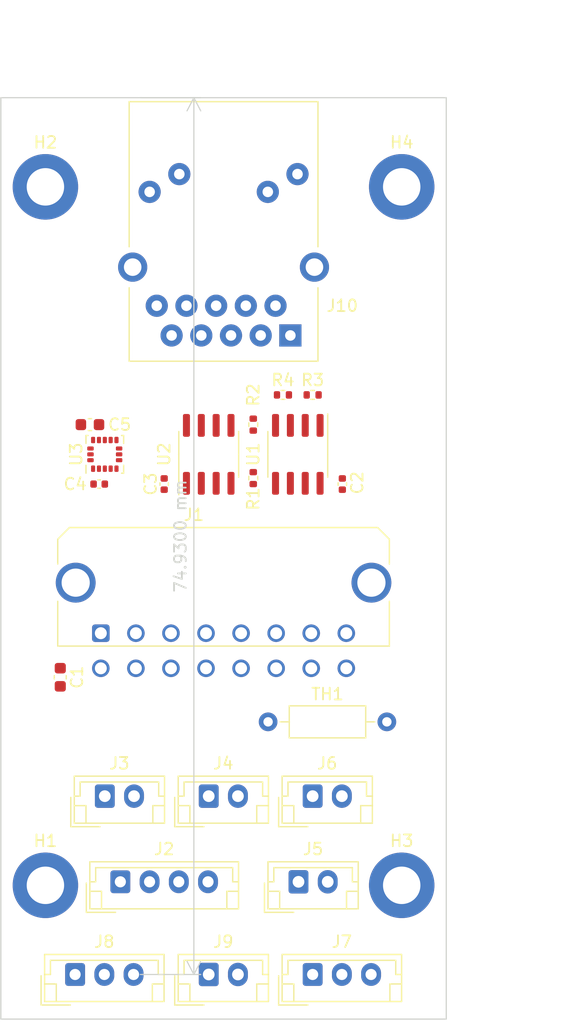
<source format=kicad_pcb>
(kicad_pcb (version 20211014) (generator pcbnew)
  (layers (0 "F.Cu" signal) (31 "B.Cu" signal) (34 "B.Paste" user) (35 "F.Paste" user) (36 "B.SilkS" user "B.Silkscreen") (37 "F.SilkS" user "F.Silkscreen") (38 "B.Mask" user) (39 "F.Mask" user) (44 "Edge.Cuts" user))
  (net 0 "")
  (net 1 "+3V3")
  (net 2 "+24V")
  (net 3 "/x_endstop")
  (net 4 "/heater")
  (net 5 "/z_probe")
  (net 6 "Net-(J1-Pad6)")
  (net 7 "/led")
  (net 8 "Net-(J1-Pad8)")
  (net 9 "/thermistor")
  (net 10 "Net-(J1-Pad10)")
  (net 11 "/toolfan")
  (net 12 "Net-(J1-Pad12)")
  (net 13 "/partfan")
  (net 14 "Net-(J1-Pad14)")
  (net 15 "GND")
  (net 16 "GNDA")
  (net 21 "Net-(J10-PadR1)")
  (net 22 "/Accelerometer/SPI_MOSI_P")
  (net 23 "/Accelerometer/SPI_MOSI_N")
  (net 24 "/Accelerometer/SPI_MISO_P")
  (net 25 "/Accelerometer/SPI_MISO_N")
  (net 26 "/Accelerometer/INT1_P")
  (net 27 "/Accelerometer/INT1_N")
  (net 28 "/Accelerometer/SPI_SCK")
  (net 29 "/Accelerometer/SPI_CS")
  (net 30 "/Accelerometer/SPI_MISO")
  (net 31 "/Accelerometer/SPI_MOSI")
  (net 32 "/Accelerometer/INT1")
  (net 33 "Net-(R4-Pad1)")
  (net 34 "Net-(R4-Pad2)")
  (footprint "Package_SO:SOIC-8_3.9x4.9mm_P1.27mm" (layer "F.Cu") (at 82.55 69.85 -90)
    (fp_text reference "U1" (at 0 3.81 90) (layer "F.SilkS"))
    (fp_text value "DS90LV028AQ")
    (fp_line (start 0 -2.56) (end 1.95 -2.56) (layer "F.SilkS") (width 0.12))
    (fp_line (start 0 2.56) (end 1.95 2.56) (layer "F.SilkS") (width 0.12))
    (fp_line (start 0 -2.56) (end -3.45 -2.56) (layer "F.SilkS") (width 0.12))
    (fp_line (start 0 2.56) (end -1.95 2.56) (layer "F.SilkS") (width 0.12))
    (pad "1" smd roundrect (at -2.475 -1.905 270) (size 1.95 0.6) (layers "F.Cu" "F.Paste" "F.Mask") (net 23 "/Accelerometer/SPI_MOSI_N"))
    (pad "2" smd roundrect (at -2.475 -0.635 270) (size 1.95 0.6) (layers "F.Cu" "F.Paste" "F.Mask") (net 22 "/Accelerometer/SPI_MOSI_P"))
    (pad "3" smd roundrect (at -2.475 0.635 270) (size 1.95 0.6) (layers "F.Cu" "F.Paste" "F.Mask") (net 33 "Net-(R4-Pad1)"))
    (pad "4" smd roundrect (at -2.475 1.905 270) (size 1.95 0.6) (layers "F.Cu" "F.Paste" "F.Mask") (net 34 "Net-(R4-Pad2)"))
    (pad "5" smd roundrect (at 2.475 1.905 270) (size 1.95 0.6) (layers "F.Cu" "F.Paste" "F.Mask") (net 15 "GND"))
    (pad "6" smd roundrect (at 2.475 0.635 270) (size 1.95 0.6) (layers "F.Cu" "F.Paste" "F.Mask"))
    (pad "7" smd roundrect (at 2.475 -0.635 270) (size 1.95 0.6) (layers "F.Cu" "F.Paste" "F.Mask") (net 30 "/Accelerometer/SPI_MISO"))
    (pad "8" smd roundrect (at 2.475 -1.905 270) (size 1.95 0.6) (layers "F.Cu" "F.Paste" "F.Mask") (net 1 "+3V3"))
  )
  (footprint "Connector_JST:JST_EH_B4B-EH-A_1x04_P2.50mm_Vertical" (layer "F.Cu") (at 67.37 106.38)
    (fp_text reference "J2" (at 3.75 -2.8) (layer "F.SilkS"))
    (fp_text value "JST-4")
    (fp_line (start -2.61 2.31) (end 10.11 2.31) (layer "F.SilkS") (width 0.12))
    (fp_line (start 9.61 0) (end 10.11 0) (layer "F.SilkS") (width 0.12))
    (fp_line (start 10.11 0.81) (end 9.11 0.81) (layer "F.SilkS") (width 0.12))
    (fp_line (start -2.11 -1.21) (end 9.61 -1.21) (layer "F.SilkS") (width 0.12))
    (fp_line (start 10.11 2.31) (end 10.11 -1.71) (layer "F.SilkS") (width 0.12))
    (fp_line (start -1.61 0.81) (end -1.61 2.31) (layer "F.SilkS") (width 0.12))
    (fp_line (start -2.11 0) (end -2.11 -1.21) (layer "F.SilkS") (width 0.12))
    (fp_line (start 10.11 -1.71) (end -2.61 -1.71) (layer "F.SilkS") (width 0.12))
    (fp_line (start 9.61 -1.21) (end 9.61 0) (layer "F.SilkS") (width 0.12))
    (fp_line (start -2.61 -1.71) (end -2.61 2.31) (layer "F.SilkS") (width 0.12))
    (fp_line (start -2.61 0.81) (end -1.61 0.81) (layer "F.SilkS") (width 0.12))
    (fp_line (start -2.91 2.61) (end -0.41 2.61) (layer "F.SilkS") (width 0.12))
    (fp_line (start 9.11 0.81) (end 9.11 2.31) (layer "F.SilkS") (width 0.12))
    (fp_line (start -2.61 0) (end -2.11 0) (layer "F.SilkS") (width 0.12))
    (fp_line (start -2.91 0.11) (end -2.91 2.61) (layer "F.SilkS") (width 0.12))
    (pad "1" thru_hole roundrect (at 0 0) (size 1.7 1.95) (drill 0.95) (layers *.Cu *.Mask) (roundrect_rratio 0.147059) (net 6 "Net-(J1-Pad6)"))
    (pad "2" thru_hole oval (at 2.5 0) (size 1.7 1.95) (drill 0.95) (layers *.Cu *.Mask) (net 8 "Net-(J1-Pad8)"))
    (pad "3" thru_hole oval (at 5 0) (size 1.7 1.95) (drill 0.95) (layers *.Cu *.Mask) (net 10 "Net-(J1-Pad10)"))
    (pad "4" thru_hole oval (at 7.5 0) (size 1.7 1.95) (drill 0.95) (layers *.Cu *.Mask) (net 12 "Net-(J1-Pad12)"))
  )
  (footprint "Connector_JST:JST_EH_B2B-EH-A_1x02_P2.50mm_Vertical" (layer "F.Cu") (at 83.82 99.06)
    (fp_text reference "J6" (at 1.25 -2.8) (layer "F.SilkS"))
    (fp_text value "JST-2")
    (fp_line (start 5.11 -1.71) (end -2.61 -1.71) (layer "F.SilkS") (width 0.12))
    (fp_line (start -2.61 2.31) (end 5.11 2.31) (layer "F.SilkS") (width 0.12))
    (fp_line (start 4.61 -1.21) (end 4.61 0) (layer "F.SilkS") (width 0.12))
    (fp_line (start -2.61 0.81) (end -1.61 0.81) (layer "F.SilkS") (width 0.12))
    (fp_line (start 4.61 0) (end 5.11 0) (layer "F.SilkS") (width 0.12))
    (fp_line (start -1.61 0.81) (end -1.61 2.31) (layer "F.SilkS") (width 0.12))
    (fp_line (start -2.11 -1.21) (end 4.61 -1.21) (layer "F.SilkS") (width 0.12))
    (fp_line (start -2.91 2.61) (end -0.41 2.61) (layer "F.SilkS") (width 0.12))
    (fp_line (start 5.11 2.31) (end 5.11 -1.71) (layer "F.SilkS") (width 0.12))
    (fp_line (start -2.61 0) (end -2.11 0) (layer "F.SilkS") (width 0.12))
    (fp_line (start -2.91 0.11) (end -2.91 2.61) (layer "F.SilkS") (width 0.12))
    (fp_line (start -2.61 -1.71) (end -2.61 2.31) (layer "F.SilkS") (width 0.12))
    (fp_line (start 5.11 0.81) (end 4.11 0.81) (layer "F.SilkS") (width 0.12))
    (fp_line (start -2.11 0) (end -2.11 -1.21) (layer "F.SilkS") (width 0.12))
    (fp_line (start 4.11 0.81) (end 4.11 2.31) (layer "F.SilkS") (width 0.12))
    (pad "1" thru_hole roundrect (at 0 0) (size 1.7 2) (drill 1) (layers *.Cu *.Mask) (roundrect_rratio 0.147059) (net 2 "+24V"))
    (pad "2" thru_hole oval (at 2.5 0) (size 1.7 2) (drill 1) (layers *.Cu *.Mask) (net 7 "/led"))
  )
  (footprint "Connector_JST:JST_EH_B2B-EH-A_1x02_P2.50mm_Vertical" (layer "F.Cu") (at 82.61 106.38)
    (fp_text reference "J5" (at 1.25 -2.8) (layer "F.SilkS"))
    (fp_text value "JST-2")
    (fp_line (start 4.11 0.81) (end 4.11 2.31) (layer "F.SilkS") (width 0.12))
    (fp_line (start 4.61 0) (end 5.11 0) (layer "F.SilkS") (width 0.12))
    (fp_line (start 4.61 -1.21) (end 4.61 0) (layer "F.SilkS") (width 0.12))
    (fp_line (start -2.11 0) (end -2.11 -1.21) (layer "F.SilkS") (width 0.12))
    (fp_line (start 5.11 2.31) (end 5.11 -1.71) (layer "F.SilkS") (width 0.12))
    (fp_line (start 5.11 -1.71) (end -2.61 -1.71) (layer "F.SilkS") (width 0.12))
    (fp_line (start -2.11 -1.21) (end 4.61 -1.21) (layer "F.SilkS") (width 0.12))
    (fp_line (start -2.61 2.31) (end 5.11 2.31) (layer "F.SilkS") (width 0.12))
    (fp_line (start -2.61 -1.71) (end -2.61 2.31) (layer "F.SilkS") (width 0.12))
    (fp_line (start -2.61 0) (end -2.11 0) (layer "F.SilkS") (width 0.12))
    (fp_line (start 5.11 0.81) (end 4.11 0.81) (layer "F.SilkS") (width 0.12))
    (fp_line (start -2.61 0.81) (end -1.61 0.81) (layer "F.SilkS") (width 0.12))
    (fp_line (start -2.91 0.11) (end -2.91 2.61) (layer "F.SilkS") (width 0.12))
    (fp_line (start -1.61 0.81) (end -1.61 2.31) (layer "F.SilkS") (width 0.12))
    (fp_line (start -2.91 2.61) (end -0.41 2.61) (layer "F.SilkS") (width 0.12))
    (pad "1" thru_hole roundrect (at 0 0) (size 1.7 2) (drill 1) (layers *.Cu *.Mask) (roundrect_rratio 0.147059) (net 2 "+24V"))
    (pad "2" thru_hole oval (at 2.5 0) (size 1.7 2) (drill 1) (layers *.Cu *.Mask) (net 4 "/heater"))
  )
  (footprint "MountingHole:MountingHole_3.2mm_M3_DIN965_Pad" (layer "F.Cu") (at 60.96 46.99)
    (fp_text reference "H2" (at 0 -3.8) (layer "F.SilkS"))
    (fp_text value "M3_Mount")
    (pad "1" thru_hole circle (at 0 0) (size 5.6 5.6) (drill 3.2) (layers *.Cu *.Mask) (net 15 "GND"))
  )
  (footprint "Resistor_THT:R_Axial_DIN0207_L6.3mm_D2.5mm_P10.16mm_Horizontal" (layer "F.Cu") (at 80.01 92.71)
    (fp_text reference "TH1" (at 5.08 -2.37) (layer "F.SilkS"))
    (fp_text value "Semitec 104GT2")
    (fp_line (start 9.12 0) (end 8.35 0) (layer "F.SilkS") (width 0.12))
    (fp_line (start 1.81 -1.37) (end 1.81 1.37) (layer "F.SilkS") (width 0.12))
    (fp_line (start 1.04 0) (end 1.81 0) (layer "F.SilkS") (width 0.12))
    (fp_line (start 1.81 1.37) (end 8.35 1.37) (layer "F.SilkS") (width 0.12))
    (fp_line (start 8.35 1.37) (end 8.35 -1.37) (layer "F.SilkS") (width 0.12))
    (fp_line (start 8.35 -1.37) (end 1.81 -1.37) (layer "F.SilkS") (width 0.12))
    (pad "1" thru_hole circle (at 0 0) (size 1.6 1.6) (drill 0.8) (layers *.Cu *.Mask) (net 14 "Net-(J1-Pad14)"))
    (pad "2" thru_hole oval (at 10.16 0) (size 1.6 1.6) (drill 0.8) (layers *.Cu *.Mask) (net 16 "GNDA"))
  )
  (footprint "Connector_Molex:Molex_Micro-Fit_3.0_43045-1621_2x08-1MP_P3.00mm_Horizontal" (layer "F.Cu") (at 65.7 85.135)
    (fp_text reference "J1" (at 7.96 -10.12) (layer "F.SilkS"))
    (fp_text value "Micro-Fit")
    (fp_line (start 24.685 -8.03) (end 24.685 -5.915) (layer "F.SilkS") (width 0.12))
    (fp_line (start -3.685 -2.725) (end -3.685 1.1) (layer "F.SilkS") (width 0.12))
    (fp_line (start -2.685 -9.03) (end 23.685 -9.03) (layer "F.SilkS") (width 0.12))
    (fp_line (start -3.685 -8.03) (end -2.685 -9.03) (layer "F.SilkS") (width 0.12))
    (fp_line (start -3.685 -5.915) (end -3.685 -8.03) (layer "F.SilkS") (width 0.12))
    (fp_line (start -3.685 1.1) (end 24.685 1.1) (layer "F.SilkS") (width 0.12))
    (fp_line (start 23.685 -9.03) (end 24.685 -8.03) (layer "F.SilkS") (width 0.12))
    (fp_line (start 24.685 1.1) (end 24.685 -2.725) (layer "F.SilkS") (width 0.12))
    (pad "1" thru_hole roundrect (at 0 0) (size 1.5 1.5) (drill 1.02) (layers *.Cu *.Mask) (roundrect_rratio 0.166667) (net 1 "+3V3"))
    (pad "2" thru_hole circle (at 3 0) (size 1.5 1.5) (drill 1.02) (layers *.Cu *.Mask) (net 2 "+24V"))
    (pad "3" thru_hole circle (at 6 0) (size 1.5 1.5) (drill 1.02) (layers *.Cu *.Mask) (net 3 "/x_endstop"))
    (pad "4" thru_hole circle (at 9 0) (size 1.5 1.5) (drill 1.02) (layers *.Cu *.Mask) (net 4 "/heater"))
    (pad "5" thru_hole circle (at 12 0) (size 1.5 1.5) (drill 1.02) (layers *.Cu *.Mask) (net 5 "/z_probe"))
    (pad "6" thru_hole circle (at 15 0) (size 1.5 1.5) (drill 1.02) (layers *.Cu *.Mask) (net 6 "Net-(J1-Pad6)"))
    (pad "7" thru_hole circle (at 18 0) (size 1.5 1.5) (drill 1.02) (layers *.Cu *.Mask) (net 7 "/led"))
    (pad "8" thru_hole circle (at 21 0) (size 1.5 1.5) (drill 1.02) (layers *.Cu *.Mask) (net 8 "Net-(J1-Pad8)"))
    (pad "9" thru_hole circle (at 0 3) (size 1.5 1.5) (drill 1.02) (layers *.Cu *.Mask) (net 9 "/thermistor"))
    (pad "10" thru_hole circle (at 3 3) (size 1.5 1.5) (drill 1.02) (layers *.Cu *.Mask) (net 10 "Net-(J1-Pad10)"))
    (pad "11" thru_hole circle (at 6 3) (size 1.5 1.5) (drill 1.02) (layers *.Cu *.Mask) (net 11 "/toolfan"))
    (pad "12" thru_hole circle (at 9 3) (size 1.5 1.5) (drill 1.02) (layers *.Cu *.Mask) (net 12 "Net-(J1-Pad12)"))
    (pad "13" thru_hole circle (at 12 3) (size 1.5 1.5) (drill 1.02) (layers *.Cu *.Mask) (net 13 "/partfan"))
    (pad "14" thru_hole circle (at 15 3) (size 1.5 1.5) (drill 1.02) (layers *.Cu *.Mask) (net 14 "Net-(J1-Pad14)"))
    (pad "15" thru_hole circle (at 18 3) (size 1.5 1.5) (drill 1.02) (layers *.Cu *.Mask) (net 15 "GND"))
    (pad "16" thru_hole circle (at 21 3) (size 1.5 1.5) (drill 1.02) (layers *.Cu *.Mask) (net 16 "GNDA"))
    (pad "MP" thru_hole circle (at -2.15 -4.32) (size 3.41 3.41) (drill 2.41) (layers *.Cu *.Mask))
    (pad "MP" thru_hole circle (at 23.15 -4.32) (size 3.41 3.41) (drill 2.41) (layers *.Cu *.Mask))
  )
  (footprint "Package_SO:SOIC-8_3.9x4.9mm_P1.27mm" (layer "F.Cu") (at 74.93 69.85 90)
    (fp_text reference "U2" (at 0 -3.81 90) (layer "F.SilkS"))
    (fp_text value "DS90LV027A")
    (fp_line (start 0 2.56) (end 1.95 2.56) (layer "F.SilkS") (width 0.12))
    (fp_line (start 0 -2.56) (end -3.45 -2.56) (layer "F.SilkS") (width 0.12))
    (fp_line (start 0 2.56) (end -1.95 2.56) (layer "F.SilkS") (width 0.12))
    (fp_line (start 0 -2.56) (end 1.95 -2.56) (layer "F.SilkS") (width 0.12))
    (pad "1" smd roundrect (at -2.475 -1.905 90) (size 1.95 0.6) (layers "F.Cu" "F.Paste" "F.Mask") (net 1 "+3V3"))
    (pad "2" smd roundrect (at -2.475 -0.635 90) (size 1.95 0.6) (layers "F.Cu" "F.Paste" "F.Mask") (net 31 "/Accelerometer/SPI_MOSI"))
    (pad "3" smd roundrect (at -2.475 0.635 90) (size 1.95 0.6) (layers "F.Cu" "F.Paste" "F.Mask") (net 32 "/Accelerometer/INT1"))
    (pad "4" smd roundrect (at -2.475 1.905 90) (size 1.95 0.6) (layers "F.Cu" "F.Paste" "F.Mask") (net 15 "GND"))
    (pad "5" smd roundrect (at 2.475 1.905 90) (size 1.95 0.6) (layers "F.Cu" "F.Paste" "F.Mask") (net 27 "/Accelerometer/INT1_N"))
    (pad "6" smd roundrect (at 2.475 0.635 90) (size 1.95 0.6) (layers "F.Cu" "F.Paste" "F.Mask") (net 26 "/Accelerometer/INT1_P"))
    (pad "7" smd roundrect (at 2.475 -0.635 90) (size 1.95 0.6) (layers "F.Cu" "F.Paste" "F.Mask") (net 24 "/Accelerometer/SPI_MISO_P"))
    (pad "8" smd roundrect (at 2.475 -1.905 90) (size 1.95 0.6) (layers "F.Cu" "F.Paste" "F.Mask") (net 25 "/Accelerometer/SPI_MISO_N"))
  )
  (footprint "Capacitor_SMD:C_0603_1608Metric" (layer "F.Cu") (at 62.23 88.9 -90)
    (fp_text reference "C1" (at 0 -1.43 90) (layer "F.SilkS"))
    (fp_text value "10u")
    (fp_line (start -0.14058 0.51) (end 0.14058 0.51) (layer "F.SilkS") (width 0.12))
    (fp_line (start -0.14058 -0.51) (end 0.14058 -0.51) (layer "F.SilkS") (width 0.12))
    (pad "1" smd roundrect (at -0.775 0 270) (size 0.9 0.95) (layers "F.Cu" "F.Paste" "F.Mask") (net 1 "+3V3"))
    (pad "2" smd roundrect (at 0.775 0 270) (size 0.9 0.95) (layers "F.Cu" "F.Paste" "F.Mask") (net 15 "GND"))
  )
  (footprint "Connector_JST:JST_EH_B2B-EH-A_1x02_P2.50mm_Vertical" (layer "F.Cu") (at 74.93 114.3)
    (fp_text reference "J9" (at 1.25 -2.8) (layer "F.SilkS"))
    (fp_text value "JST-2")
    (fp_line (start 4.61 -1.21) (end 4.61 0) (layer "F.SilkS") (width 0.12))
    (fp_line (start -1.61 0.81) (end -1.61 2.31) (layer "F.SilkS") (width 0.12))
    (fp_line (start 5.11 0.81) (end 4.11 0.81) (layer "F.SilkS") (width 0.12))
    (fp_line (start 4.61 0) (end 5.11 0) (layer "F.SilkS") (width 0.12))
    (fp_line (start -2.61 0.81) (end -1.61 0.81) (layer "F.SilkS") (width 0.12))
    (fp_line (start -2.61 2.31) (end 5.11 2.31) (layer "F.SilkS") (width 0.12))
    (fp_line (start 5.11 2.31) (end 5.11 -1.71) (layer "F.SilkS") (width 0.12))
    (fp_line (start -2.61 -1.71) (end -2.61 2.31) (layer "F.SilkS") (width 0.12))
    (fp_line (start 4.11 0.81) (end 4.11 2.31) (layer "F.SilkS") (width 0.12))
    (fp_line (start 5.11 -1.71) (end -2.61 -1.71) (layer "F.SilkS") (width 0.12))
    (fp_line (start -2.11 0) (end -2.11 -1.21) (layer "F.SilkS") (width 0.12))
    (fp_line (start -2.91 2.61) (end -0.41 2.61) (layer "F.SilkS") (width 0.12))
    (fp_line (start -2.61 0) (end -2.11 0) (layer "F.SilkS") (width 0.12))
    (fp_line (start -2.11 -1.21) (end 4.61 -1.21) (layer "F.SilkS") (width 0.12))
    (fp_line (start -2.91 0.11) (end -2.91 2.61) (layer "F.SilkS") (width 0.12))
    (pad "1" thru_hole roundrect (at 0 0) (size 1.7 2) (drill 1) (layers *.Cu *.Mask) (roundrect_rratio 0.147059) (net 9 "/thermistor"))
    (pad "2" thru_hole oval (at 2.5 0) (size 1.7 2) (drill 1) (layers *.Cu *.Mask) (net 16 "GNDA"))
  )
  (footprint "Connector_JST:JST_EH_B3B-EH-A_1x03_P2.50mm_Vertical" (layer "F.Cu") (at 83.82 114.3)
    (fp_text reference "J7" (at 2.5 -2.8) (layer "F.SilkS"))
    (fp_text value "Endstop")
    (fp_line (start 7.61 2.31) (end 7.61 -1.71) (layer "F.SilkS") (width 0.12))
    (fp_line (start -1.61 0.81) (end -1.61 2.31) (layer "F.SilkS") (width 0.12))
    (fp_line (start 7.11 -1.21) (end 7.11 0) (layer "F.SilkS") (width 0.12))
    (fp_line (start -2.91 0.11) (end -2.91 2.61) (layer "F.SilkS") (width 0.12))
    (fp_line (start 7.11 0) (end 7.61 0) (layer "F.SilkS") (width 0.12))
    (fp_line (start -2.61 -1.71) (end -2.61 2.31) (layer "F.SilkS") (width 0.12))
    (fp_line (start 7.61 0.81) (end 6.61 0.81) (layer "F.SilkS") (width 0.12))
    (fp_line (start -2.11 -1.21) (end 7.11 -1.21) (layer "F.SilkS") (width 0.12))
    (fp_line (start -2.91 2.61) (end -0.41 2.61) (layer "F.SilkS") (width 0.12))
    (fp_line (start -2.11 0) (end -2.11 -1.21) (layer "F.SilkS") (width 0.12))
    (fp_line (start 6.61 0.81) (end 6.61 2.31) (layer "F.SilkS") (width 0.12))
    (fp_line (start -2.61 2.31) (end 7.61 2.31) (layer "F.SilkS") (width 0.12))
    (fp_line (start 7.61 -1.71) (end -2.61 -1.71) (layer "F.SilkS") (width 0.12))
    (fp_line (start -2.61 0) (end -2.11 0) (layer "F.SilkS") (width 0.12))
    (fp_line (start -2.61 0.81) (end -1.61 0.81) (layer "F.SilkS") (width 0.12))
    (pad "1" thru_hole roundrect (at 0 0) (size 1.7 1.95) (drill 0.95) (layers *.Cu *.Mask) (roundrect_rratio 0.147059) (net 3 "/x_endstop"))
    (pad "2" thru_hole oval (at 2.5 0) (size 1.7 1.95) (drill 0.95) (layers *.Cu *.Mask))
    (pad "3" thru_hole oval (at 5 0) (size 1.7 1.95) (drill 0.95) (layers *.Cu *.Mask) (net 15 "GND"))
  )
  (footprint "Capacitor_SMD:C_0402_1005Metric" (layer "F.Cu") (at 65.56 72.39)
    (fp_text reference "C4" (at -2.06 0) (layer "F.SilkS"))
    (fp_text value "100n")
    (fp_line (start -0.107836 -0.36) (end 0.107836 -0.36) (layer "F.SilkS") (width 0.12))
    (fp_line (start -0.107836 0.36) (end 0.107836 0.36) (layer "F.SilkS") (width 0.12))
    (pad "1" smd roundrect (at -0.48 0) (size 0.56 0.62) (layers "F.Cu" "F.Paste" "F.Mask") (net 1 "+3V3"))
    (pad "2" smd roundrect (at 0.48 0) (size 0.56 0.62) (layers "F.Cu" "F.Paste" "F.Mask") (net 15 "GND"))
  )
  (footprint "Connector_JST:JST_EH_B3B-EH-A_1x03_P2.50mm_Vertical" (layer "F.Cu") (at 63.5 114.3)
    (fp_text reference "J8" (at 2.5 -2.8) (layer "F.SilkS"))
    (fp_text value "JST-3")
    (fp_line (start -2.61 -1.71) (end -2.61 2.31) (layer "F.SilkS") (width 0.12))
    (fp_line (start -2.61 2.31) (end 7.61 2.31) (layer "F.SilkS") (width 0.12))
    (fp_line (start 6.61 0.81) (end 6.61 2.31) (layer "F.SilkS") (width 0.12))
    (fp_line (start -2.61 0) (end -2.11 0) (layer "F.SilkS") (width 0.12))
    (fp_line (start -2.91 0.11) (end -2.91 2.61) (layer "F.SilkS") (width 0.12))
    (fp_line (start 7.11 -1.21) (end 7.11 0) (layer "F.SilkS") (width 0.12))
    (fp_line (start 7.11 0) (end 7.61 0) (layer "F.SilkS") (width 0.12))
    (fp_line (start 7.61 -1.71) (end -2.61 -1.71) (layer "F.SilkS") (width 0.12))
    (fp_line (start 7.61 0.81) (end 6.61 0.81) (layer "F.SilkS") (width 0.12))
    (fp_line (start -2.61 0.81) (end -1.61 0.81) (layer "F.SilkS") (width 0.12))
    (fp_line (start 7.61 2.31) (end 7.61 -1.71) (layer "F.SilkS") (width 0.12))
    (fp_line (start -2.11 -1.21) (end 7.11 -1.21) (layer "F.SilkS") (width 0.12))
    (fp_line (start -2.11 0) (end -2.11 -1.21) (layer "F.SilkS") (width 0.12))
    (fp_line (start -1.61 0.81) (end -1.61 2.31) (layer "F.SilkS") (width 0.12))
    (fp_line (start -2.91 2.61) (end -0.41 2.61) (layer "F.SilkS") (width 0.12))
    (pad "1" thru_hole roundrect (at 0 0) (size 1.7 1.95) (drill 0.95) (layers *.Cu *.Mask) (roundrect_rratio 0.147059) (net 1 "+3V3"))
    (pad "2" thru_hole oval (at 2.5 0) (size 1.7 1.95) (drill 0.95) (layers *.Cu *.Mask) (net 5 "/z_probe"))
    (pad "3" thru_hole oval (at 5 0) (size 1.7 1.95) (drill 0.95) (layers *.Cu *.Mask) (net 16 "GNDA"))
  )
  (footprint "MountingHole:MountingHole_3.2mm_M3_DIN965_Pad" (layer "F.Cu") (at 60.96 106.68)
    (fp_text reference "H1" (at 0 -3.8) (layer "F.SilkS"))
    (fp_text value "M3_Mount")
    (pad "1" thru_hole circle (at 0 0) (size 5.6 5.6) (drill 3.2) (layers *.Cu *.Mask) (net 15 "GND"))
  )
  (footprint "Capacitor_SMD:C_0603_1608Metric" (layer "F.Cu") (at 64.77 67.31)
    (fp_text reference "C5" (at 2.54 0) (layer "F.SilkS"))
    (fp_text value "10u")
    (fp_line (start -0.14058 -0.51) (end 0.14058 -0.51) (layer "F.SilkS") (width 0.12))
    (fp_line (start -0.14058 0.51) (end 0.14058 0.51) (layer "F.SilkS") (width 0.12))
    (pad "1" smd roundrect (at -0.775 0) (size 0.9 0.95) (layers "F.Cu" "F.Paste" "F.Mask") (net 1 "+3V3"))
    (pad "2" smd roundrect (at 0.775 0) (size 0.9 0.95) (layers "F.Cu" "F.Paste" "F.Mask") (net 15 "GND"))
  )
  (footprint "Resistor_SMD:R_0402_1005Metric" (layer "F.Cu") (at 83.82 64.77)
    (fp_text reference "R3" (at 0 -1.27) (layer "F.SilkS"))
    (fp_text value "100")
    (fp_line (start -0.153641 -0.38) (end 0.153641 -0.38) (layer "F.SilkS") (width 0.12))
    (fp_line (start -0.153641 0.38) (end 0.153641 0.38) (layer "F.SilkS") (width 0.12))
    (pad "1" smd roundrect (at -0.51 0) (size 0.54 0.64) (layers "F.Cu" "F.Paste" "F.Mask") (net 22 "/Accelerometer/SPI_MOSI_P"))
    (pad "2" smd roundrect (at 0.51 0) (size 0.54 0.64) (layers "F.Cu" "F.Paste" "F.Mask") (net 23 "/Accelerometer/SPI_MOSI_N"))
  )
  (footprint "Resistor_SMD:R_0402_1005Metric" (layer "F.Cu") (at 78.74 67.31 90)
    (fp_text reference "R2" (at 2.54 0 90) (layer "F.SilkS"))
    (fp_text value "1.2k")
    (fp_line (start -0.153641 0.38) (end 0.153641 0.38) (layer "F.SilkS") (width 0.12))
    (fp_line (start -0.153641 -0.38) (end 0.153641 -0.38) (layer "F.SilkS") (width 0.12))
    (pad "1" smd roundrect (at -0.51 0 90) (size 0.54 0.64) (layers "F.Cu" "F.Paste" "F.Mask") (net 21 "Net-(J10-PadR1)"))
    (pad "2" smd roundrect (at 0.51 0 90) (size 0.54 0.64) (layers "F.Cu" "F.Paste" "F.Mask") (net 15 "GND"))
  )
  (footprint "Resistor_SMD:R_0402_1005Metric" (layer "F.Cu") (at 78.74 71.88 90)
    (fp_text reference "R1" (at -1.78 0 90) (layer "F.SilkS"))
    (fp_text value "2.1k")
    (fp_line (start -0.153641 0.38) (end 0.153641 0.38) (layer "F.SilkS") (width 0.12))
    (fp_line (start -0.153641 -0.38) (end 0.153641 -0.38) (layer "F.SilkS") (width 0.12))
    (pad "1" smd roundrect (at -0.51 0 90) (size 0.54 0.64) (layers "F.Cu" "F.Paste" "F.Mask") (net 1 "+3V3"))
    (pad "2" smd roundrect (at 0.51 0 90) (size 0.54 0.64) (layers "F.Cu" "F.Paste" "F.Mask") (net 21 "Net-(J10-PadR1)"))
  )
  (footprint "MountingHole:MountingHole_3.2mm_M3_DIN965_Pad" (layer "F.Cu") (at 91.44 46.99)
    (fp_text reference "H4" (at 0 -3.8) (layer "F.SilkS"))
    (fp_text value "M3_Mount")
    (pad "1" thru_hole circle (at 0 0) (size 5.6 5.6) (drill 3.2) (layers *.Cu *.Mask) (net 15 "GND"))
  )
  (footprint "Capacitor_SMD:C_0402_1005Metric" (layer "F.Cu") (at 86.36 72.39 90)
    (fp_text reference "C2" (at 0.107836 1.27 90) (layer "F.SilkS"))
    (fp_text value "100n")
    (fp_line (start -0.107836 -0.36) (end 0.107836 -0.36) (layer "F.SilkS") (width 0.12))
    (fp_line (start -0.107836 0.36) (end 0.107836 0.36) (layer "F.SilkS") (width 0.12))
    (pad "1" smd roundrect (at -0.48 0 90) (size 0.56 0.62) (layers "F.Cu" "F.Paste" "F.Mask") (net 1 "+3V3"))
    (pad "2" smd roundrect (at 0.48 0 90) (size 0.56 0.62) (layers "F.Cu" "F.Paste" "F.Mask") (net 15 "GND"))
  )
  (footprint "Capacitor_SMD:C_0402_1005Metric" (layer "F.Cu") (at 71.12 72.39 90)
    (fp_text reference "C3" (at 0 -1.16 90) (layer "F.SilkS"))
    (fp_text value "100n")
    (fp_line (start -0.107836 -0.36) (end 0.107836 -0.36) (layer "F.SilkS") (width 0.12))
    (fp_line (start -0.107836 0.36) (end 0.107836 0.36) (layer "F.SilkS") (width 0.12))
    (pad "1" smd roundrect (at -0.48 0 90) (size 0.56 0.62) (layers "F.Cu" "F.Paste" "F.Mask") (net 1 "+3V3"))
    (pad "2" smd roundrect (at 0.48 0 90) (size 0.56 0.62) (layers "F.Cu" "F.Paste" "F.Mask") (net 15 "GND"))
  )
  (footprint "Connector_RJ:RJ45_UDE_RB1-125B8G1A" (layer "F.Cu") (at 81.915 59.69 180)
    (fp_text reference "J10" (at -4.445 2.54) (layer "F.SilkS"))
    (fp_text value "RB1-125B8G1A")
    (fp_line (start 13.79 19.98) (end -2.36 19.98) (layer "F.SilkS") (width 0.12))
    (fp_line (start -2.36 19.98) (end -2.36 7.58) (layer "F.SilkS") (width 0.12))
    (fp_line (start -2.36 -2.2) (end 13.79 -2.2) (layer "F.SilkS") (width 0.12))
    (fp_line (start 13.79 19.98) (end 13.79 7.58) (layer "F.SilkS") (width 0.12))
    (fp_line (start 13.79 4.08) (end 13.79 -2.2) (layer "F.SilkS") (width 0.12))
    (fp_line (start -2.36 4.08) (end -2.36 -2.2) (layer "F.SilkS") (width 0.12))
    (pad "" np_thru_hole circle (at 11.43 8.89 180) (size 3.25 3.25) (drill 3.25) (layers *.Cu *.Mask))
    (pad "" np_thru_hole circle (at 0 8.89 180) (size 3.25 3.25) (drill 3.25) (layers *.Cu *.Mask))
    (pad "L1" thru_hole circle (at 12.04 12.27 180) (size 1.9 1.9) (drill 0.9) (layers *.Cu *.Mask))
    (pad "L2" thru_hole circle (at 9.5 13.79 180) (size 1.9 1.9) (drill 0.9) (layers *.Cu *.Mask))
    (pad "L3" thru_hole circle (at 1.93 12.27 180) (size 1.9 1.9) (drill 0.9) (layers *.Cu *.Mask))
    (pad "L4" thru_hole circle (at -0.61 13.79 180) (size 1.9 1.9) (drill 0.9) (layers *.Cu *.Mask))
    (pad "R1" thru_hole rect (at 0 0 180) (size 1.9 1.9) (drill 0.9) (layers *.Cu *.Mask) (net 21 "Net-(J10-PadR1)"))
    (pad "R2" thru_hole circle (at 1.27 2.54 180) (size 1.9 1.9) (drill 0.9) (layers *.Cu *.Mask) (net 22 "/Accelerometer/SPI_MOSI_P"))
    (pad "R3" thru_hole circle (at 2.54 0 180) (size 1.9 1.9) (drill 0.9) (layers *.Cu *.Mask) (net 23 "/Accelerometer/SPI_MOSI_N"))
    (pad "R4" thru_hole circle (at 3.81 2.54 180) (size 1.9 1.9) (drill 0.9) (layers *.Cu *.Mask) (net 24 "/Accelerometer/SPI_MISO_P"))
    (pad "R5" thru_hole circle (at 5.08 0 180) (size 1.9 1.9) (drill 0.9) (layers *.Cu *.Mask) (net 25 "/Accelerometer/SPI_MISO_N"))
    (pad "R6" thru_hole circle (at 6.35 2.54 180) (size 1.9 1.9) (drill 0.9) (layers *.Cu *.Mask) (net 26 "/Accelerometer/INT1_P"))
    (pad "R7" thru_hole circle (at 7.62 0 180) (size 1.9 1.9) (drill 0.9) (layers *.Cu *.Mask) (net 27 "/Accelerometer/INT1_N"))
    (pad "R8" thru_hole circle (at 8.89 2.54 180) (size 1.9 1.9) (drill 0.9) (layers *.Cu *.Mask) (net 28 "/Accelerometer/SPI_SCK"))
    (pad "R9" thru_hole circle (at 10.16 0 180) (size 1.9 1.9) (drill 0.9) (layers *.Cu *.Mask) (net 29 "/Accelerometer/SPI_CS"))
    (pad "R10" thru_hole circle (at 11.43 2.54 180) (size 1.9 1.9) (drill 0.9) (layers *.Cu *.Mask) (net 15 "GND"))
    (pad "SH" thru_hole circle (at -2.06 5.84 180) (size 2.5 2.5) (drill 1.5) (layers *.Cu *.Mask) (net 15 "GND"))
    (pad "SH" thru_hole circle (at 13.49 5.84 180) (size 2.5 2.5) (drill 1.5) (layers *.Cu *.Mask) (net 15 "GND"))
  )
  (footprint "MountingHole:MountingHole_3.2mm_M3_DIN965_Pad" (layer "F.Cu") (at 91.44 106.68)
    (fp_text reference "H3" (at 0 -3.8) (layer "F.SilkS"))
    (fp_text value "M3_Mount")
    (pad "1" thru_hole circle (at 0 0) (size 5.6 5.6) (drill 3.2) (layers *.Cu *.Mask) (net 15 "GND"))
  )
  (footprint "Connector_JST:JST_EH_B2B-EH-A_1x02_P2.50mm_Vertical" (layer "F.Cu") (at 74.93 99.06)
    (fp_text reference "J4" (at 1.25 -2.8) (layer "F.SilkS"))
    (fp_text value "JST-2")
    (fp_line (start -1.61 0.81) (end -1.61 2.31) (layer "F.SilkS") (width 0.12))
    (fp_line (start -2.61 0) (end -2.11 0) (layer "F.SilkS") (width 0.12))
    (fp_line (start -2.61 -1.71) (end -2.61 2.31) (layer "F.SilkS") (width 0.12))
    (fp_line (start -2.61 2.31) (end 5.11 2.31) (layer "F.SilkS") (width 0.12))
    (fp_line (start 4.61 0) (end 5.11 0) (layer "F.SilkS") (width 0.12))
    (fp_line (start -2.11 -1.21) (end 4.61 -1.21) (layer "F.SilkS") (width 0.12))
    (fp_line (start -2.91 0.11) (end -2.91 2.61) (layer "F.SilkS") (width 0.12))
    (fp_line (start 4.61 -1.21) (end 4.61 0) (layer "F.SilkS") (width 0.12))
    (fp_line (start 5.11 2.31) (end 5.11 -1.71) (layer "F.SilkS") (width 0.12))
    (fp_line (start 5.11 0.81) (end 4.11 0.81) (layer "F.SilkS") (width 0.12))
    (fp_line (start 5.11 -1.71) (end -2.61 -1.71) (layer "F.SilkS") (width 0.12))
    (fp_line (start 4.11 0.81) (end 4.11 2.31) (layer "F.SilkS") (width 0.12))
    (fp_line (start -2.91 2.61) (end -0.41 2.61) (layer "F.SilkS") (width 0.12))
    (fp_line (start -2.61 0.81) (end -1.61 0.81) (layer "F.SilkS") (width 0.12))
    (fp_line (start -2.11 0) (end -2.11 -1.21) (layer "F.SilkS") (width 0.12))
    (pad "1" thru_hole roundrect (at 0 0) (size 1.7 2) (drill 1) (layers *.Cu *.Mask) (roundrect_rratio 0.147059) (net 2 "+24V"))
    (pad "2" thru_hole oval (at 2.5 0) (size 1.7 2) (drill 1) (layers *.Cu *.Mask) (net 13 "/partfan"))
  )
  (footprint "Package_LGA:LGA-16_3x3mm_P0.5mm_LayoutBorder3x5y" (layer "F.Cu") (at 66.04 69.85 90)
    (fp_text reference "U3" (at 0 -2.45 90) (layer "F.SilkS"))
    (fp_text value "LIS3DH")
    (fp_line (start 1.61 1.61) (end 1.61 1.435) (layer "F.SilkS") (width 0.12))
    (fp_line (start -1.61 1.61) (end -1.61 1.435) (layer "F.SilkS") (width 0.12))
    (fp_line (start -0.935 1.61) (end -1.61 1.61) (layer "F.SilkS") (width 0.12))
    (fp_line (start 1.61 -1.61) (end 1.61 -1.435) (layer "F.SilkS") (width 0.12))
    (fp_line (start 0.935 -1.61) (end 1.61 -1.61) (layer "F.SilkS") (width 0.12))
    (fp_line (start -0.935 -1.61) (end -1.61 -1.61) (layer "F.SilkS") (width 0.12))
    (fp_line (start 0.935 1.61) (end 1.61 1.61) (layer "F.SilkS") (width 0.12))
    (pad "1" smd roundrect (at -1.225 -1 90) (size 0.55 0.35) (layers "F.Cu" "F.Paste" "F.Mask") (net 1 "+3V3"))
    (pad "2" smd roundrect (at -1.225 -0.5 90) (size 0.55 0.35) (layers "F.Cu" "F.Paste" "F.Mask"))
    (pad "3" smd roundrect (at -1.225 0 90) (size 0.55 0.35) (layers "F.Cu" "F.Paste" "F.Mask"))
    (pad "4" smd roundrect (at -1.225 0.5 90) (size 0.55 0.35) (layers "F.Cu" "F.Paste" "F.Mask") (net 28 "/Accelerometer/SPI_SCK"))
    (pad "5" smd roundrect (at -1.225 1 90) (size 0.55 0.35) (layers "F.Cu" "F.Paste" "F.Mask") (net 15 "GND"))
    (pad "6" smd roundrect (at -0.5 1.225 90) (size 0.35 0.55) (layers "F.Cu" "F.Paste" "F.Mask") (net 31 "/Accelerometer/SPI_MOSI"))
    (pad "7" smd roundrect (at 0 1.225 90) (size 0.35 0.55) (layers "F.Cu" "F.Paste" "F.Mask") (net 30 "/Accelerometer/SPI_MISO"))
    (pad "8" smd roundrect (at 0.5 1.225 90) (size 0.35 0.55) (layers "F.Cu" "F.Paste" "F.Mask") (net 29 "/Accelerometer/SPI_CS"))
    (pad "9" smd roundrect (at 1.225 1 90) (size 0.55 0.35) (layers "F.Cu" "F.Paste" "F.Mask"))
    (pad "10" smd roundrect (at 1.225 0.5 90) (size 0.55 0.35) (layers "F.Cu" "F.Paste" "F.Mask") (net 15 "GND"))
    (pad "11" smd roundrect (at 1.225 0 90) (size 0.55 0.35) (layers "F.Cu" "F.Paste" "F.Mask") (net 32 "/Accelerometer/INT1"))
    (pad "12" smd roundrect (at 1.225 -0.5 90) (size 0.55 0.35) (layers "F.Cu" "F.Paste" "F.Mask") (net 15 "GND"))
    (pad "13" smd roundrect (at 1.225 -1 90) (size 0.55 0.35) (layers "F.Cu" "F.Paste" "F.Mask"))
    (pad "14" smd roundrect (at 0.5 -1.225 90) (size 0.35 0.55) (layers "F.Cu" "F.Paste" "F.Mask") (net 1 "+3V3"))
    (pad "15" smd roundrect (at 0 -1.225 90) (size 0.35 0.55) (layers "F.Cu" "F.Paste" "F.Mask"))
    (pad "16" smd roundrect (at -0.5 -1.225 90) (size 0.35 0.55) (layers "F.Cu" "F.Paste" "F.Mask"))
  )
  (footprint "Resistor_SMD:R_0402_1005Metric" (layer "F.Cu") (at 81.28 64.77 180)
    (fp_text reference "R4" (at 0 1.27) (layer "F.SilkS"))
    (fp_text value "100")
    (fp_line (start -0.153641 0.38) (end 0.153641 0.38) (layer "F.SilkS") (width 0.12))
    (fp_line (start -0.153641 -0.38) (end 0.153641 -0.38) (layer "F.SilkS") (width 0.12))
    (pad "1" smd roundrect (at -0.51 0 180) (size 0.54 0.64) (layers "F.Cu" "F.Paste" "F.Mask") (net 33 "Net-(R4-Pad1)"))
    (pad "2" smd roundrect (at 0.51 0 180) (size 0.54 0.64) (layers "F.Cu" "F.Paste" "F.Mask") (net 34 "Net-(R4-Pad2)"))
  )
  (footprint "Connector_JST:JST_EH_B2B-EH-A_1x02_P2.50mm_Vertical" (layer "F.Cu") (at 66.04 99.06)
    (fp_text reference "J3" (at 1.25 -2.8) (layer "F.SilkS"))
    (fp_text value "JST-2")
    (fp_line (start -2.11 0) (end -2.11 -1.21) (layer "F.SilkS") (width 0.12))
    (fp_line (start -2.61 0) (end -2.11 0) (layer "F.SilkS") (width 0.12))
    (fp_line (start 4.61 -1.21) (end 4.61 0) (layer "F.SilkS") (width 0.12))
    (fp_line (start 5.11 2.31) (end 5.11 -1.71) (layer "F.SilkS") (width 0.12))
    (fp_line (start -2.61 0.81) (end -1.61 0.81) (layer "F.SilkS") (width 0.12))
    (fp_line (start -2.91 0.11) (end -2.91 2.61) (layer "F.SilkS") (width 0.12))
    (fp_line (start -2.91 2.61) (end -0.41 2.61) (layer "F.SilkS") (width 0.12))
    (fp_line (start -1.61 0.81) (end -1.61 2.31) (layer "F.SilkS") (width 0.12))
    (fp_line (start 4.11 0.81) (end 4.11 2.31) (layer "F.SilkS") (width 0.12))
    (fp_line (start 4.61 0) (end 5.11 0) (layer "F.SilkS") (width 0.12))
    (fp_line (start 5.11 -1.71) (end -2.61 -1.71) (layer "F.SilkS") (width 0.12))
    (fp_line (start -2.61 -1.71) (end -2.61 2.31) (layer "F.SilkS") (width 0.12))
    (fp_line (start 5.11 0.81) (end 4.11 0.81) (layer "F.SilkS") (width 0.12))
    (fp_line (start -2.61 2.31) (end 5.11 2.31) (layer "F.SilkS") (width 0.12))
    (fp_line (start -2.11 -1.21) (end 4.61 -1.21) (layer "F.SilkS") (width 0.12))
    (pad "1" thru_hole roundrect (at 0 0) (size 1.7 2) (drill 1) (layers *.Cu *.Mask) (roundrect_rratio 0.147059) (net 2 "+24V"))
    (pad "2" thru_hole oval (at 2.5 0) (size 1.7 2) (drill 1) (layers *.Cu *.Mask) (net 11 "/toolfan"))
  )
  (gr_line (start 95.25 118.11) (end 95.25 39.37) (layer "Edge.Cuts") (width 0.1))
  (gr_line (start 95.25 39.37) (end 57.15 39.37) (layer "Edge.Cuts") (width 0.1))
  (gr_line (start 57.15 39.37) (end 57.15 118.11) (layer "Edge.Cuts") (width 0.1))
  (gr_line (start 57.15 118.11) (end 95.25 118.11) (layer "Edge.Cuts") (width 0.1))
  (dimension (type aligned) (layer "Edge.Cuts") (pts (xy 68.58 114.3) (xy 68.58 39.37)) (height 5.08) (gr_text "74.9300 mm" (at 72.51 76.835 90) (layer "Edge.Cuts") (effects (font (size 1 1) (thickness 0.15)))) (format (units 3) (units_format 1) (precision 4)) (style (thickness 0.1) (arrow_length 1.27) (text_position_mode 0) (extension_height 0.58642) (extension_offset 0.5) keep_text_aligned))
)
</source>
